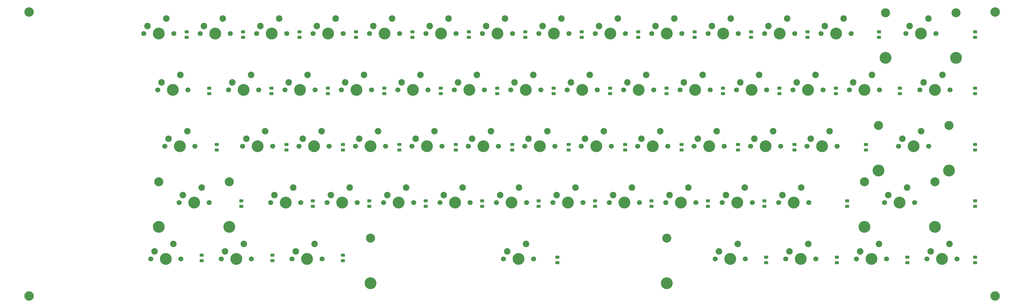
<source format=gbr>
%TF.GenerationSoftware,KiCad,Pcbnew,8.0.7*%
%TF.CreationDate,2024-12-25T15:12:27+08:00*%
%TF.ProjectId,keyboard,6b657962-6f61-4726-942e-6b696361645f,rev?*%
%TF.SameCoordinates,Original*%
%TF.FileFunction,Soldermask,Bot*%
%TF.FilePolarity,Negative*%
%FSLAX46Y46*%
G04 Gerber Fmt 4.6, Leading zero omitted, Abs format (unit mm)*
G04 Created by KiCad (PCBNEW 8.0.7) date 2024-12-25 15:12:27*
%MOMM*%
%LPD*%
G01*
G04 APERTURE LIST*
G04 Aperture macros list*
%AMRoundRect*
0 Rectangle with rounded corners*
0 $1 Rounding radius*
0 $2 $3 $4 $5 $6 $7 $8 $9 X,Y pos of 4 corners*
0 Add a 4 corners polygon primitive as box body*
4,1,4,$2,$3,$4,$5,$6,$7,$8,$9,$2,$3,0*
0 Add four circle primitives for the rounded corners*
1,1,$1+$1,$2,$3*
1,1,$1+$1,$4,$5*
1,1,$1+$1,$6,$7*
1,1,$1+$1,$8,$9*
0 Add four rect primitives between the rounded corners*
20,1,$1+$1,$2,$3,$4,$5,0*
20,1,$1+$1,$4,$5,$6,$7,0*
20,1,$1+$1,$6,$7,$8,$9,0*
20,1,$1+$1,$8,$9,$2,$3,0*%
G04 Aperture macros list end*
%ADD10C,1.700000*%
%ADD11C,4.000000*%
%ADD12C,2.200000*%
%ADD13C,3.200000*%
%ADD14C,3.050000*%
%ADD15RoundRect,0.243750X0.456250X-0.243750X0.456250X0.243750X-0.456250X0.243750X-0.456250X-0.243750X0*%
G04 APERTURE END LIST*
D10*
%TO.C,SW28*%
X345630500Y-69342000D03*
D11*
X350710500Y-69342000D03*
D10*
X355790500Y-69342000D03*
D12*
X353250500Y-64262000D03*
X346900500Y-66802000D03*
%TD*%
D10*
%TO.C,SW49*%
X240855500Y-107442000D03*
D11*
X245935500Y-107442000D03*
D10*
X251015500Y-107442000D03*
D12*
X248475500Y-102362000D03*
X242125500Y-104902000D03*
%TD*%
D10*
%TO.C,SW20*%
X188468000Y-69342000D03*
D11*
X193548000Y-69342000D03*
D10*
X198628000Y-69342000D03*
D12*
X196088000Y-64262000D03*
X189738000Y-66802000D03*
%TD*%
D10*
%TO.C,SW59*%
X300386750Y-126492000D03*
D11*
X305466750Y-126492000D03*
D10*
X310546750Y-126492000D03*
D12*
X308006750Y-121412000D03*
X301656750Y-123952000D03*
%TD*%
D10*
%TO.C,SW1*%
X83693000Y-50292000D03*
D11*
X88773000Y-50292000D03*
D10*
X93853000Y-50292000D03*
D12*
X91313000Y-45212000D03*
X84963000Y-47752000D03*
%TD*%
D10*
%TO.C,SW21*%
X207518000Y-69342000D03*
D11*
X212598000Y-69342000D03*
D10*
X217678000Y-69342000D03*
D12*
X215138000Y-64262000D03*
X208788000Y-66802000D03*
%TD*%
D13*
%TO.C,H2*%
X371000000Y-43000000D03*
%TD*%
D10*
%TO.C,SW45*%
X164655500Y-107442000D03*
D11*
X169735500Y-107442000D03*
D10*
X174815500Y-107442000D03*
D12*
X172275500Y-102362000D03*
X165925500Y-104902000D03*
%TD*%
D10*
%TO.C,SW6*%
X178943000Y-50292000D03*
D11*
X184023000Y-50292000D03*
D10*
X189103000Y-50292000D03*
D12*
X186563000Y-45212000D03*
X180213000Y-47752000D03*
%TD*%
D14*
%TO.C,SW42*%
X88779250Y-100442000D03*
D11*
X88779250Y-115682000D03*
D10*
X95599250Y-107442000D03*
D11*
X100679250Y-107442000D03*
D10*
X105759250Y-107442000D03*
D14*
X112579250Y-100442000D03*
D11*
X112579250Y-115682000D03*
D12*
X103219250Y-102362000D03*
X96869250Y-104902000D03*
%TD*%
D10*
%TO.C,SW15*%
X88455500Y-69342000D03*
D11*
X93535500Y-69342000D03*
D10*
X98615500Y-69342000D03*
D12*
X96075500Y-64262000D03*
X89725500Y-66802000D03*
%TD*%
D10*
%TO.C,SW24*%
X264668000Y-69342000D03*
D11*
X269748000Y-69342000D03*
D10*
X274828000Y-69342000D03*
D12*
X272288000Y-64262000D03*
X265938000Y-66802000D03*
%TD*%
D10*
%TO.C,SW50*%
X259905500Y-107442000D03*
D11*
X264985500Y-107442000D03*
D10*
X270065500Y-107442000D03*
D12*
X267525500Y-102362000D03*
X261175500Y-104902000D03*
%TD*%
D14*
%TO.C,SW41*%
X331666750Y-81392000D03*
D11*
X331666750Y-96632000D03*
D10*
X338486750Y-88392000D03*
D11*
X343566750Y-88392000D03*
D10*
X348646750Y-88392000D03*
D14*
X355466750Y-81392000D03*
D11*
X355466750Y-96632000D03*
D12*
X346106750Y-83312000D03*
X339756750Y-85852000D03*
%TD*%
D10*
%TO.C,SW11*%
X274193000Y-50292000D03*
D11*
X279273000Y-50292000D03*
D10*
X284353000Y-50292000D03*
D12*
X281813000Y-45212000D03*
X275463000Y-47752000D03*
%TD*%
D10*
%TO.C,SW3*%
X121793000Y-50292000D03*
D11*
X126873000Y-50292000D03*
D10*
X131953000Y-50292000D03*
D12*
X129413000Y-45212000D03*
X123063000Y-47752000D03*
%TD*%
D14*
%TO.C,SW53*%
X326904250Y-100442000D03*
D11*
X326904250Y-115682000D03*
D10*
X333724250Y-107442000D03*
D11*
X338804250Y-107442000D03*
D10*
X343884250Y-107442000D03*
D14*
X350704250Y-100442000D03*
D11*
X350704250Y-115682000D03*
D12*
X341344250Y-102362000D03*
X334994250Y-104902000D03*
%TD*%
D10*
%TO.C,SW2*%
X102743000Y-50292000D03*
D11*
X107823000Y-50292000D03*
D10*
X112903000Y-50292000D03*
D12*
X110363000Y-45212000D03*
X104013000Y-47752000D03*
%TD*%
D13*
%TO.C,H1*%
X45000000Y-43000000D03*
%TD*%
D10*
%TO.C,SW38*%
X269430500Y-88392000D03*
D11*
X274510500Y-88392000D03*
D10*
X279590500Y-88392000D03*
D12*
X277050500Y-83312000D03*
X270700500Y-85852000D03*
%TD*%
D10*
%TO.C,SW26*%
X302768000Y-69342000D03*
D11*
X307848000Y-69342000D03*
D10*
X312928000Y-69342000D03*
D12*
X310388000Y-64262000D03*
X304038000Y-66802000D03*
%TD*%
D10*
%TO.C,SW10*%
X255143000Y-50292000D03*
D11*
X260223000Y-50292000D03*
D10*
X265303000Y-50292000D03*
D12*
X262763000Y-45212000D03*
X256413000Y-47752000D03*
%TD*%
D10*
%TO.C,SW30*%
X117030500Y-88392000D03*
D11*
X122110500Y-88392000D03*
D10*
X127190500Y-88392000D03*
D12*
X124650500Y-83312000D03*
X118300500Y-85852000D03*
%TD*%
D10*
%TO.C,SW43*%
X126555500Y-107442000D03*
D11*
X131635500Y-107442000D03*
D10*
X136715500Y-107442000D03*
D12*
X134175500Y-102362000D03*
X127825500Y-104902000D03*
%TD*%
D10*
%TO.C,SW60*%
X324199250Y-126492000D03*
D11*
X329279250Y-126492000D03*
D10*
X334359250Y-126492000D03*
D12*
X331819250Y-121412000D03*
X325469250Y-123952000D03*
%TD*%
D10*
%TO.C,SW32*%
X155130500Y-88392000D03*
D11*
X160210500Y-88392000D03*
D10*
X165290500Y-88392000D03*
D12*
X162750500Y-83312000D03*
X156400500Y-85852000D03*
%TD*%
D10*
%TO.C,SW33*%
X174180500Y-88392000D03*
D11*
X179260500Y-88392000D03*
D10*
X184340500Y-88392000D03*
D12*
X181800500Y-83312000D03*
X175450500Y-85852000D03*
%TD*%
D10*
%TO.C,SW22*%
X226568000Y-69342000D03*
D11*
X231648000Y-69342000D03*
D10*
X236728000Y-69342000D03*
D12*
X234188000Y-64262000D03*
X227838000Y-66802000D03*
%TD*%
D10*
%TO.C,SW27*%
X321818000Y-69342000D03*
D11*
X326898000Y-69342000D03*
D10*
X331978000Y-69342000D03*
D12*
X329438000Y-64262000D03*
X323088000Y-66802000D03*
%TD*%
D10*
%TO.C,SW56*%
X133699250Y-126492000D03*
D11*
X138779250Y-126492000D03*
D10*
X143859250Y-126492000D03*
D12*
X141319250Y-121412000D03*
X134969250Y-123952000D03*
%TD*%
D10*
%TO.C,SW5*%
X159893000Y-50292000D03*
D11*
X164973000Y-50292000D03*
D10*
X170053000Y-50292000D03*
D12*
X167513000Y-45212000D03*
X161163000Y-47752000D03*
%TD*%
D10*
%TO.C,SW58*%
X276574250Y-126492000D03*
D11*
X281654250Y-126492000D03*
D10*
X286734250Y-126492000D03*
D12*
X284194250Y-121412000D03*
X277844250Y-123952000D03*
%TD*%
D10*
%TO.C,SW19*%
X169418000Y-69342000D03*
D11*
X174498000Y-69342000D03*
D10*
X179578000Y-69342000D03*
D12*
X177038000Y-64262000D03*
X170688000Y-66802000D03*
%TD*%
D13*
%TO.C,H3*%
X371000000Y-139000000D03*
%TD*%
D10*
%TO.C,SW36*%
X231330500Y-88392000D03*
D11*
X236410500Y-88392000D03*
D10*
X241490500Y-88392000D03*
D12*
X238950500Y-83312000D03*
X232600500Y-85852000D03*
%TD*%
D10*
%TO.C,SW40*%
X307530500Y-88392000D03*
D11*
X312610500Y-88392000D03*
D10*
X317690500Y-88392000D03*
D12*
X315150500Y-83312000D03*
X308800500Y-85852000D03*
%TD*%
D10*
%TO.C,SW29*%
X90836750Y-88392000D03*
D11*
X95916750Y-88392000D03*
D10*
X100996750Y-88392000D03*
D12*
X98456750Y-83312000D03*
X92106750Y-85852000D03*
%TD*%
D10*
%TO.C,SW4*%
X140843000Y-50292000D03*
D11*
X145923000Y-50292000D03*
D10*
X151003000Y-50292000D03*
D12*
X148463000Y-45212000D03*
X142113000Y-47752000D03*
%TD*%
D10*
%TO.C,SW46*%
X183705500Y-107442000D03*
D11*
X188785500Y-107442000D03*
D10*
X193865500Y-107442000D03*
D12*
X191325500Y-102362000D03*
X184975500Y-104902000D03*
%TD*%
D10*
%TO.C,SW51*%
X278955500Y-107442000D03*
D11*
X284035500Y-107442000D03*
D10*
X289115500Y-107442000D03*
D12*
X286575500Y-102362000D03*
X280225500Y-104902000D03*
%TD*%
D10*
%TO.C,SW54*%
X86074250Y-126492000D03*
D11*
X91154250Y-126492000D03*
D10*
X96234250Y-126492000D03*
D12*
X93694250Y-121412000D03*
X87344250Y-123952000D03*
%TD*%
D10*
%TO.C,SW8*%
X217043000Y-50292000D03*
D11*
X222123000Y-50292000D03*
D10*
X227203000Y-50292000D03*
D12*
X224663000Y-45212000D03*
X218313000Y-47752000D03*
%TD*%
D10*
%TO.C,SW25*%
X283718000Y-69342000D03*
D11*
X288798000Y-69342000D03*
D10*
X293878000Y-69342000D03*
D12*
X291338000Y-64262000D03*
X284988000Y-66802000D03*
%TD*%
D10*
%TO.C,SW16*%
X112268000Y-69342000D03*
D11*
X117348000Y-69342000D03*
D10*
X122428000Y-69342000D03*
D12*
X119888000Y-64262000D03*
X113538000Y-66802000D03*
%TD*%
D14*
%TO.C,SW57*%
X160216750Y-119492000D03*
D11*
X160216750Y-134732000D03*
D10*
X205136750Y-126492000D03*
D11*
X210216750Y-126492000D03*
D10*
X215296750Y-126492000D03*
D14*
X260216750Y-119492000D03*
D11*
X260216750Y-134732000D03*
D12*
X212756750Y-121412000D03*
X206406750Y-123952000D03*
%TD*%
D10*
%TO.C,SW47*%
X202755500Y-107442000D03*
D11*
X207835500Y-107442000D03*
D10*
X212915500Y-107442000D03*
D12*
X210375500Y-102362000D03*
X204025500Y-104902000D03*
%TD*%
D13*
%TO.C,H4*%
X45000000Y-139000000D03*
%TD*%
D10*
%TO.C,SW9*%
X236093000Y-50292000D03*
D11*
X241173000Y-50292000D03*
D10*
X246253000Y-50292000D03*
D12*
X243713000Y-45212000D03*
X237363000Y-47752000D03*
%TD*%
D10*
%TO.C,SW44*%
X145605500Y-107442000D03*
D11*
X150685500Y-107442000D03*
D10*
X155765500Y-107442000D03*
D12*
X153225500Y-102362000D03*
X146875500Y-104902000D03*
%TD*%
D10*
%TO.C,SW7*%
X197993000Y-50292000D03*
D11*
X203073000Y-50292000D03*
D10*
X208153000Y-50292000D03*
D12*
X205613000Y-45212000D03*
X199263000Y-47752000D03*
%TD*%
D10*
%TO.C,SW31*%
X136080500Y-88392000D03*
D11*
X141160500Y-88392000D03*
D10*
X146240500Y-88392000D03*
D12*
X143700500Y-83312000D03*
X137350500Y-85852000D03*
%TD*%
D10*
%TO.C,SW55*%
X109886750Y-126492000D03*
D11*
X114966750Y-126492000D03*
D10*
X120046750Y-126492000D03*
D12*
X117506750Y-121412000D03*
X111156750Y-123952000D03*
%TD*%
D10*
%TO.C,SW61*%
X348011750Y-126492000D03*
D11*
X353091750Y-126492000D03*
D10*
X358171750Y-126492000D03*
D12*
X355631750Y-121412000D03*
X349281750Y-123952000D03*
%TD*%
D10*
%TO.C,SW13*%
X312293000Y-50292000D03*
D11*
X317373000Y-50292000D03*
D10*
X322453000Y-50292000D03*
D12*
X319913000Y-45212000D03*
X313563000Y-47752000D03*
%TD*%
D10*
%TO.C,SW12*%
X293243000Y-50292000D03*
D11*
X298323000Y-50292000D03*
D10*
X303403000Y-50292000D03*
D12*
X300863000Y-45212000D03*
X294513000Y-47752000D03*
%TD*%
D10*
%TO.C,SW48*%
X221805500Y-107442000D03*
D11*
X226885500Y-107442000D03*
D10*
X231965500Y-107442000D03*
D12*
X229425500Y-102362000D03*
X223075500Y-104902000D03*
%TD*%
D10*
%TO.C,SW17*%
X131318000Y-69342000D03*
D11*
X136398000Y-69342000D03*
D10*
X141478000Y-69342000D03*
D12*
X138938000Y-64262000D03*
X132588000Y-66802000D03*
%TD*%
D10*
%TO.C,SW23*%
X245618000Y-69342000D03*
D11*
X250698000Y-69342000D03*
D10*
X255778000Y-69342000D03*
D12*
X253238000Y-64262000D03*
X246888000Y-66802000D03*
%TD*%
D10*
%TO.C,SW35*%
X212280500Y-88392000D03*
D11*
X217360500Y-88392000D03*
D10*
X222440500Y-88392000D03*
D12*
X219900500Y-83312000D03*
X213550500Y-85852000D03*
%TD*%
D10*
%TO.C,SW34*%
X193230500Y-88392000D03*
D11*
X198310500Y-88392000D03*
D10*
X203390500Y-88392000D03*
D12*
X200850500Y-83312000D03*
X194500500Y-85852000D03*
%TD*%
D10*
%TO.C,SW52*%
X298005500Y-107442000D03*
D11*
X303085500Y-107442000D03*
D10*
X308165500Y-107442000D03*
D12*
X305625500Y-102362000D03*
X299275500Y-104902000D03*
%TD*%
D10*
%TO.C,SW18*%
X150368000Y-69342000D03*
D11*
X155448000Y-69342000D03*
D10*
X160528000Y-69342000D03*
D12*
X157988000Y-64262000D03*
X151638000Y-66802000D03*
%TD*%
D14*
%TO.C,SW14*%
X334048000Y-43292000D03*
D11*
X334048000Y-58532000D03*
D10*
X340868000Y-50292000D03*
D11*
X345948000Y-50292000D03*
D10*
X351028000Y-50292000D03*
D14*
X357848000Y-43292000D03*
D11*
X357848000Y-58532000D03*
D12*
X348488000Y-45212000D03*
X342138000Y-47752000D03*
%TD*%
D10*
%TO.C,SW37*%
X250380500Y-88392000D03*
D11*
X255460500Y-88392000D03*
D10*
X260540500Y-88392000D03*
D12*
X258000500Y-83312000D03*
X251650500Y-85852000D03*
%TD*%
D10*
%TO.C,SW39*%
X288480500Y-88392000D03*
D11*
X293560500Y-88392000D03*
D10*
X298640500Y-88392000D03*
D12*
X296100500Y-83312000D03*
X289750500Y-85852000D03*
%TD*%
D15*
%TO.C,D40*%
X327438000Y-89654500D03*
X327438000Y-87779500D03*
%TD*%
%TO.C,D32*%
X169958000Y-89654500D03*
X169958000Y-87779500D03*
%TD*%
%TO.C,D35*%
X227108000Y-89654500D03*
X227108000Y-87779500D03*
%TD*%
%TO.C,D25*%
X298228000Y-70592000D03*
X298228000Y-68717000D03*
%TD*%
%TO.C,D49*%
X255048000Y-108692000D03*
X255048000Y-106817000D03*
%TD*%
%TO.C,D55*%
X127095500Y-127119500D03*
X127095500Y-125244500D03*
%TD*%
%TO.C,D51*%
X293148000Y-108692000D03*
X293148000Y-106817000D03*
%TD*%
%TO.C,D18*%
X164878000Y-70592000D03*
X164878000Y-68717000D03*
%TD*%
%TO.C,D12*%
X307753000Y-51542000D03*
X307753000Y-49667000D03*
%TD*%
%TO.C,D6*%
X193453000Y-51542000D03*
X193453000Y-49667000D03*
%TD*%
%TO.C,D3*%
X136303000Y-51542000D03*
X136303000Y-49667000D03*
%TD*%
%TO.C,D8*%
X231553000Y-51542000D03*
X231553000Y-49667000D03*
%TD*%
%TO.C,D10*%
X269653000Y-51542000D03*
X269653000Y-49667000D03*
%TD*%
%TO.C,D14*%
X364268000Y-51554500D03*
X364268000Y-49679500D03*
%TD*%
%TO.C,D16*%
X126778000Y-70592000D03*
X126778000Y-68717000D03*
%TD*%
%TO.C,D30*%
X131858000Y-89654500D03*
X131858000Y-87779500D03*
%TD*%
%TO.C,D9*%
X250603000Y-51542000D03*
X250603000Y-49667000D03*
%TD*%
%TO.C,D41*%
X364268000Y-89654500D03*
X364268000Y-87779500D03*
%TD*%
%TO.C,D13*%
X331883000Y-51542000D03*
X331883000Y-49667000D03*
%TD*%
%TO.C,D52*%
X321088000Y-108692000D03*
X321088000Y-106817000D03*
%TD*%
%TO.C,D20*%
X202978000Y-70592000D03*
X202978000Y-68717000D03*
%TD*%
%TO.C,D57*%
X223298000Y-127754500D03*
X223298000Y-125879500D03*
%TD*%
%TO.C,D23*%
X260128000Y-70592000D03*
X260128000Y-68717000D03*
%TD*%
%TO.C,D31*%
X150908000Y-89654500D03*
X150908000Y-87779500D03*
%TD*%
%TO.C,D7*%
X212503000Y-51542000D03*
X212503000Y-49667000D03*
%TD*%
%TO.C,D47*%
X216948000Y-108692000D03*
X216948000Y-106817000D03*
%TD*%
%TO.C,D42*%
X116618000Y-108704500D03*
X116618000Y-106829500D03*
%TD*%
%TO.C,D53*%
X364268000Y-108704500D03*
X364268000Y-106829500D03*
%TD*%
%TO.C,D58*%
X293783000Y-127767000D03*
X293783000Y-125892000D03*
%TD*%
%TO.C,D22*%
X241078000Y-70592000D03*
X241078000Y-68717000D03*
%TD*%
%TO.C,D2*%
X117253000Y-51542000D03*
X117253000Y-49667000D03*
%TD*%
%TO.C,D46*%
X197898000Y-108692000D03*
X197898000Y-106817000D03*
%TD*%
%TO.C,D39*%
X303308000Y-89654500D03*
X303308000Y-87779500D03*
%TD*%
%TO.C,D56*%
X150908000Y-127119500D03*
X150908000Y-125244500D03*
%TD*%
%TO.C,D33*%
X189008000Y-89654500D03*
X189008000Y-87779500D03*
%TD*%
%TO.C,D29*%
X108363000Y-89654500D03*
X108363000Y-87779500D03*
%TD*%
%TO.C,D24*%
X279178000Y-70592000D03*
X279178000Y-68717000D03*
%TD*%
%TO.C,D48*%
X235998000Y-108692000D03*
X235998000Y-106817000D03*
%TD*%
%TO.C,D43*%
X140748000Y-108692000D03*
X140748000Y-106817000D03*
%TD*%
%TO.C,D34*%
X208058000Y-89654500D03*
X208058000Y-87779500D03*
%TD*%
%TO.C,D15*%
X105823000Y-70604500D03*
X105823000Y-68729500D03*
%TD*%
%TO.C,D17*%
X145828000Y-70592000D03*
X145828000Y-68717000D03*
%TD*%
%TO.C,D1*%
X98203000Y-51542000D03*
X98203000Y-49667000D03*
%TD*%
%TO.C,D19*%
X183928000Y-70592000D03*
X183928000Y-68717000D03*
%TD*%
%TO.C,D60*%
X341408000Y-127767000D03*
X341408000Y-125892000D03*
%TD*%
%TO.C,D37*%
X265208000Y-89654500D03*
X265208000Y-87779500D03*
%TD*%
%TO.C,D21*%
X222028000Y-70592000D03*
X222028000Y-68717000D03*
%TD*%
%TO.C,D4*%
X155353000Y-51542000D03*
X155353000Y-49667000D03*
%TD*%
%TO.C,D27*%
X338868000Y-70592000D03*
X338868000Y-68717000D03*
%TD*%
%TO.C,D26*%
X317278000Y-70592000D03*
X317278000Y-68717000D03*
%TD*%
%TO.C,D28*%
X364268000Y-70604500D03*
X364268000Y-68729500D03*
%TD*%
%TO.C,D11*%
X288703000Y-51542000D03*
X288703000Y-49667000D03*
%TD*%
%TO.C,D36*%
X246158000Y-89654500D03*
X246158000Y-87779500D03*
%TD*%
%TO.C,D38*%
X284258000Y-89654500D03*
X284258000Y-87779500D03*
%TD*%
%TO.C,D54*%
X103283000Y-127119500D03*
X103283000Y-125244500D03*
%TD*%
%TO.C,D45*%
X178848000Y-108692000D03*
X178848000Y-106817000D03*
%TD*%
%TO.C,D5*%
X174403000Y-51542000D03*
X174403000Y-49667000D03*
%TD*%
%TO.C,D44*%
X159798000Y-108692000D03*
X159798000Y-106817000D03*
%TD*%
%TO.C,D50*%
X274098000Y-108692000D03*
X274098000Y-106817000D03*
%TD*%
%TO.C,D59*%
X317595500Y-127767000D03*
X317595500Y-125892000D03*
%TD*%
%TO.C,D61*%
X364268000Y-127767000D03*
X364268000Y-125892000D03*
%TD*%
M02*

</source>
